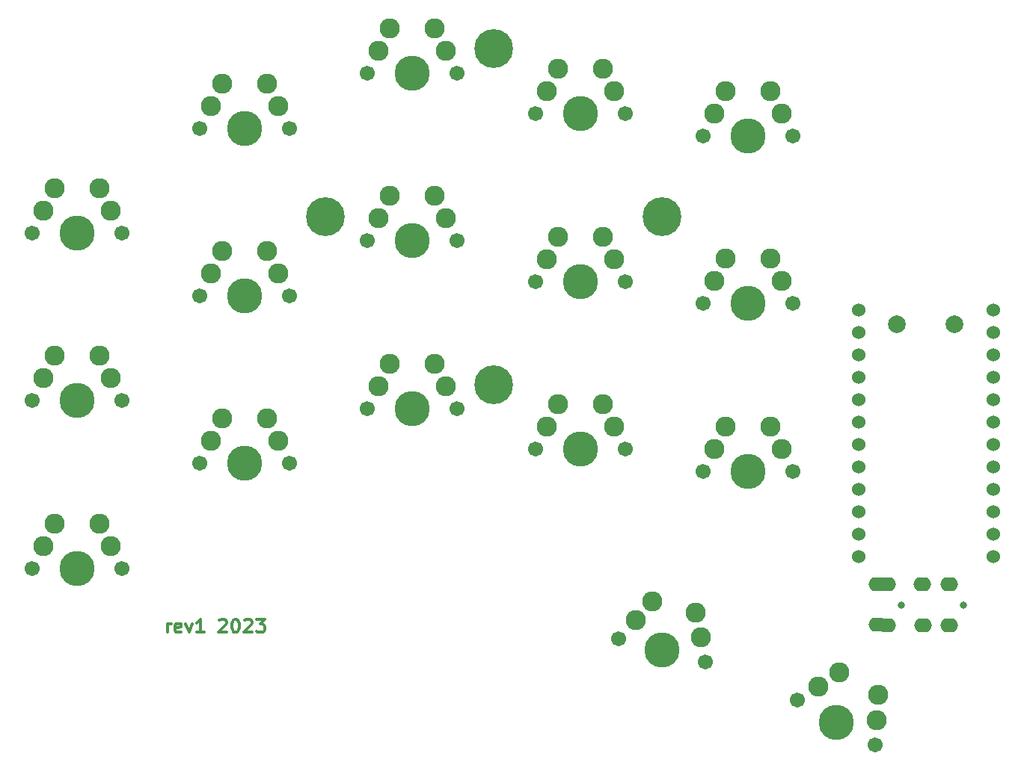
<source format=gts>
G04 #@! TF.GenerationSoftware,KiCad,Pcbnew,7.0.5*
G04 #@! TF.CreationDate,2023-06-18T11:59:49+01:00*
G04 #@! TF.ProjectId,adam-m-rounded,6164616d-2d6d-42d7-926f-756e6465642e,rev?*
G04 #@! TF.SameCoordinates,Original*
G04 #@! TF.FileFunction,Soldermask,Top*
G04 #@! TF.FilePolarity,Negative*
%FSLAX46Y46*%
G04 Gerber Fmt 4.6, Leading zero omitted, Abs format (unit mm)*
G04 Created by KiCad (PCBNEW 7.0.5) date 2023-06-18 11:59:49*
%MOMM*%
%LPD*%
G01*
G04 APERTURE LIST*
%ADD10C,0.300000*%
%ADD11C,1.524000*%
%ADD12C,1.701800*%
%ADD13C,3.987800*%
%ADD14C,2.286000*%
%ADD15C,2.000000*%
%ADD16C,4.400000*%
%ADD17C,0.800000*%
%ADD18O,2.000000X1.600000*%
G04 APERTURE END LIST*
D10*
X107869510Y-130610828D02*
X107869510Y-129610828D01*
X107869510Y-129896542D02*
X107940939Y-129753685D01*
X107940939Y-129753685D02*
X108012368Y-129682257D01*
X108012368Y-129682257D02*
X108155225Y-129610828D01*
X108155225Y-129610828D02*
X108298082Y-129610828D01*
X109369510Y-130539400D02*
X109226653Y-130610828D01*
X109226653Y-130610828D02*
X108940939Y-130610828D01*
X108940939Y-130610828D02*
X108798081Y-130539400D01*
X108798081Y-130539400D02*
X108726653Y-130396542D01*
X108726653Y-130396542D02*
X108726653Y-129825114D01*
X108726653Y-129825114D02*
X108798081Y-129682257D01*
X108798081Y-129682257D02*
X108940939Y-129610828D01*
X108940939Y-129610828D02*
X109226653Y-129610828D01*
X109226653Y-129610828D02*
X109369510Y-129682257D01*
X109369510Y-129682257D02*
X109440939Y-129825114D01*
X109440939Y-129825114D02*
X109440939Y-129967971D01*
X109440939Y-129967971D02*
X108726653Y-130110828D01*
X109940938Y-129610828D02*
X110298081Y-130610828D01*
X110298081Y-130610828D02*
X110655224Y-129610828D01*
X112012367Y-130610828D02*
X111155224Y-130610828D01*
X111583795Y-130610828D02*
X111583795Y-129110828D01*
X111583795Y-129110828D02*
X111440938Y-129325114D01*
X111440938Y-129325114D02*
X111298081Y-129467971D01*
X111298081Y-129467971D02*
X111155224Y-129539400D01*
X113726652Y-129253685D02*
X113798080Y-129182257D01*
X113798080Y-129182257D02*
X113940938Y-129110828D01*
X113940938Y-129110828D02*
X114298080Y-129110828D01*
X114298080Y-129110828D02*
X114440938Y-129182257D01*
X114440938Y-129182257D02*
X114512366Y-129253685D01*
X114512366Y-129253685D02*
X114583795Y-129396542D01*
X114583795Y-129396542D02*
X114583795Y-129539400D01*
X114583795Y-129539400D02*
X114512366Y-129753685D01*
X114512366Y-129753685D02*
X113655223Y-130610828D01*
X113655223Y-130610828D02*
X114583795Y-130610828D01*
X115512366Y-129110828D02*
X115655223Y-129110828D01*
X115655223Y-129110828D02*
X115798080Y-129182257D01*
X115798080Y-129182257D02*
X115869509Y-129253685D01*
X115869509Y-129253685D02*
X115940937Y-129396542D01*
X115940937Y-129396542D02*
X116012366Y-129682257D01*
X116012366Y-129682257D02*
X116012366Y-130039400D01*
X116012366Y-130039400D02*
X115940937Y-130325114D01*
X115940937Y-130325114D02*
X115869509Y-130467971D01*
X115869509Y-130467971D02*
X115798080Y-130539400D01*
X115798080Y-130539400D02*
X115655223Y-130610828D01*
X115655223Y-130610828D02*
X115512366Y-130610828D01*
X115512366Y-130610828D02*
X115369509Y-130539400D01*
X115369509Y-130539400D02*
X115298080Y-130467971D01*
X115298080Y-130467971D02*
X115226651Y-130325114D01*
X115226651Y-130325114D02*
X115155223Y-130039400D01*
X115155223Y-130039400D02*
X115155223Y-129682257D01*
X115155223Y-129682257D02*
X115226651Y-129396542D01*
X115226651Y-129396542D02*
X115298080Y-129253685D01*
X115298080Y-129253685D02*
X115369509Y-129182257D01*
X115369509Y-129182257D02*
X115512366Y-129110828D01*
X116583794Y-129253685D02*
X116655222Y-129182257D01*
X116655222Y-129182257D02*
X116798080Y-129110828D01*
X116798080Y-129110828D02*
X117155222Y-129110828D01*
X117155222Y-129110828D02*
X117298080Y-129182257D01*
X117298080Y-129182257D02*
X117369508Y-129253685D01*
X117369508Y-129253685D02*
X117440937Y-129396542D01*
X117440937Y-129396542D02*
X117440937Y-129539400D01*
X117440937Y-129539400D02*
X117369508Y-129753685D01*
X117369508Y-129753685D02*
X116512365Y-130610828D01*
X116512365Y-130610828D02*
X117440937Y-130610828D01*
X117940936Y-129110828D02*
X118869508Y-129110828D01*
X118869508Y-129110828D02*
X118369508Y-129682257D01*
X118369508Y-129682257D02*
X118583793Y-129682257D01*
X118583793Y-129682257D02*
X118726651Y-129753685D01*
X118726651Y-129753685D02*
X118798079Y-129825114D01*
X118798079Y-129825114D02*
X118869508Y-129967971D01*
X118869508Y-129967971D02*
X118869508Y-130325114D01*
X118869508Y-130325114D02*
X118798079Y-130467971D01*
X118798079Y-130467971D02*
X118726651Y-130539400D01*
X118726651Y-130539400D02*
X118583793Y-130610828D01*
X118583793Y-130610828D02*
X118155222Y-130610828D01*
X118155222Y-130610828D02*
X118012365Y-130539400D01*
X118012365Y-130539400D02*
X117940936Y-130467971D01*
D11*
X201315400Y-94113000D03*
X201315400Y-96653000D03*
X201315400Y-99193000D03*
X201315400Y-101733000D03*
X201315400Y-104273000D03*
X201315400Y-106813000D03*
X201315400Y-109353000D03*
X201315400Y-111893000D03*
X201315400Y-114433000D03*
X201315400Y-116973000D03*
X201315400Y-119513000D03*
X201315400Y-122053000D03*
X186095400Y-122053000D03*
X186095400Y-119513000D03*
X186095400Y-116973000D03*
X186095400Y-114433000D03*
X186095400Y-111893000D03*
X186095400Y-109353000D03*
X186095400Y-106813000D03*
X186095400Y-104273000D03*
X186095400Y-101733000D03*
X186095400Y-99193000D03*
X186095400Y-96653000D03*
X186095400Y-94113000D03*
D12*
X111530000Y-73470000D03*
D13*
X116610000Y-73470000D03*
D12*
X121690000Y-73470000D03*
D14*
X112800000Y-70930000D03*
X114070000Y-68390000D03*
X119150000Y-68390000D03*
X120420000Y-70930000D03*
D12*
X130530000Y-105245000D03*
D13*
X135610000Y-105245000D03*
D12*
X140690000Y-105245000D03*
D14*
X131800000Y-102705000D03*
X133070000Y-100165000D03*
X138150000Y-100165000D03*
X139420000Y-102705000D03*
D12*
X111530000Y-111470000D03*
D13*
X116610000Y-111470000D03*
D12*
X121690000Y-111470000D03*
D14*
X112800000Y-108930000D03*
X114070000Y-106390000D03*
X119150000Y-106390000D03*
X120420000Y-108930000D03*
D12*
X149530000Y-109845000D03*
D13*
X154610000Y-109845000D03*
D12*
X159690000Y-109845000D03*
D14*
X150800000Y-107305000D03*
X152070000Y-104765000D03*
X157150000Y-104765000D03*
X158420000Y-107305000D03*
D12*
X92530000Y-85345000D03*
D13*
X97610000Y-85345000D03*
D12*
X102690000Y-85345000D03*
D14*
X93800000Y-82805000D03*
X95070000Y-80265000D03*
X100150000Y-80265000D03*
X101420000Y-82805000D03*
D12*
X92530000Y-104345000D03*
D13*
X97610000Y-104345000D03*
D12*
X102690000Y-104345000D03*
D14*
X93800000Y-101805000D03*
X95070000Y-99265000D03*
X100150000Y-99265000D03*
X101420000Y-101805000D03*
D15*
X196975000Y-95700000D03*
X190475000Y-95700000D03*
D16*
X125762000Y-83529000D03*
X144812000Y-64479000D03*
X144812000Y-102579000D03*
X163862000Y-83529000D03*
D12*
X149530000Y-90845000D03*
D13*
X154610000Y-90845000D03*
D12*
X159690000Y-90845000D03*
D14*
X150800000Y-88305000D03*
X152070000Y-85765000D03*
X157150000Y-85765000D03*
X158420000Y-88305000D03*
D12*
X92530000Y-123345000D03*
D13*
X97610000Y-123345000D03*
D12*
X102690000Y-123345000D03*
D14*
X93800000Y-120805000D03*
X95070000Y-118265000D03*
X100150000Y-118265000D03*
X101420000Y-120805000D03*
D12*
X130530000Y-86245000D03*
D13*
X135610000Y-86245000D03*
D12*
X140690000Y-86245000D03*
D14*
X131800000Y-83705000D03*
X133070000Y-81165000D03*
X138150000Y-81165000D03*
X139420000Y-83705000D03*
D12*
X179160591Y-138309000D03*
D13*
X183560000Y-140849000D03*
D12*
X187959409Y-143389000D03*
D14*
X181530443Y-136744295D03*
X183900295Y-135179591D03*
X188299705Y-137719591D03*
X188129557Y-140554295D03*
D12*
X111530000Y-92470000D03*
D13*
X116610000Y-92470000D03*
D12*
X121690000Y-92470000D03*
D14*
X112800000Y-89930000D03*
X114070000Y-87390000D03*
X119150000Y-87390000D03*
X120420000Y-89930000D03*
D12*
X168530000Y-93345000D03*
D13*
X173610000Y-93345000D03*
D12*
X178690000Y-93345000D03*
D14*
X169800000Y-90805000D03*
X171070000Y-88265000D03*
X176150000Y-88265000D03*
X177420000Y-90805000D03*
D12*
X149530000Y-71845000D03*
D13*
X154610000Y-71845000D03*
D12*
X159690000Y-71845000D03*
D14*
X150800000Y-69305000D03*
X152070000Y-66765000D03*
X157150000Y-66765000D03*
X158420000Y-69305000D03*
D17*
X197960000Y-127495000D03*
X190960000Y-127495000D03*
D18*
X193340000Y-125165000D03*
X193360000Y-129795000D03*
X189340000Y-125165000D03*
X188260000Y-125195000D03*
X188240000Y-129765000D03*
X189360000Y-129795000D03*
X196340000Y-125165000D03*
X196360000Y-129795000D03*
D12*
X168530000Y-74345000D03*
D13*
X173610000Y-74345000D03*
D12*
X178690000Y-74345000D03*
D14*
X169800000Y-71805000D03*
X171070000Y-69265000D03*
X176150000Y-69265000D03*
X177420000Y-71805000D03*
D12*
X158975097Y-131318199D03*
D13*
X163882000Y-132633000D03*
D12*
X168788903Y-133947801D03*
D14*
X160859223Y-129193448D03*
X162743349Y-127068696D03*
X167650252Y-128383497D03*
X168219578Y-131165649D03*
D12*
X130530000Y-67245000D03*
D13*
X135610000Y-67245000D03*
D12*
X140690000Y-67245000D03*
D14*
X131800000Y-64705000D03*
X133070000Y-62165000D03*
X138150000Y-62165000D03*
X139420000Y-64705000D03*
D12*
X168530000Y-112345000D03*
D13*
X173610000Y-112345000D03*
D12*
X178690000Y-112345000D03*
D14*
X169800000Y-109805000D03*
X171070000Y-107265000D03*
X176150000Y-107265000D03*
X177420000Y-109805000D03*
M02*

</source>
